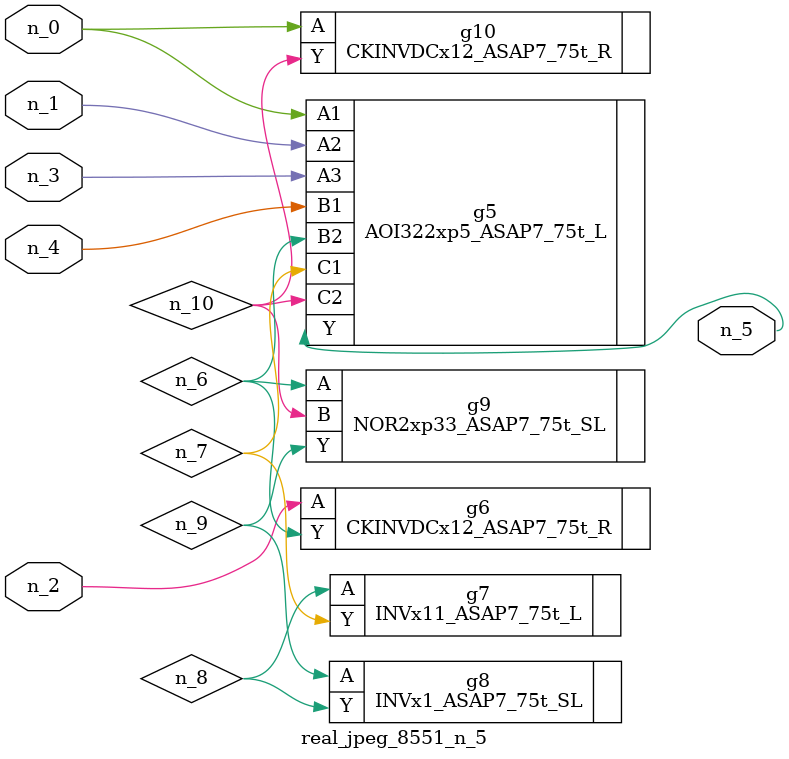
<source format=v>
module real_jpeg_8551_n_5 (n_4, n_0, n_1, n_2, n_3, n_5);

input n_4;
input n_0;
input n_1;
input n_2;
input n_3;

output n_5;

wire n_8;
wire n_6;
wire n_7;
wire n_10;
wire n_9;

AOI322xp5_ASAP7_75t_L g5 ( 
.A1(n_0),
.A2(n_1),
.A3(n_3),
.B1(n_4),
.B2(n_6),
.C1(n_7),
.C2(n_10),
.Y(n_5)
);

CKINVDCx12_ASAP7_75t_R g10 ( 
.A(n_0),
.Y(n_10)
);

CKINVDCx12_ASAP7_75t_R g6 ( 
.A(n_2),
.Y(n_6)
);

NOR2xp33_ASAP7_75t_SL g9 ( 
.A(n_6),
.B(n_10),
.Y(n_9)
);

INVx11_ASAP7_75t_L g7 ( 
.A(n_8),
.Y(n_7)
);

INVx1_ASAP7_75t_SL g8 ( 
.A(n_9),
.Y(n_8)
);


endmodule
</source>
